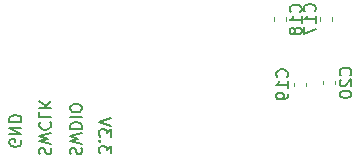
<source format=gbr>
%TF.GenerationSoftware,KiCad,Pcbnew,9.0.3-9.0.3-0~ubuntu24.04.1*%
%TF.CreationDate,2025-10-27T23:52:17-03:00*%
%TF.ProjectId,CargadorDeBaterias_rev2,43617267-6164-46f7-9244-654261746572,rev?*%
%TF.SameCoordinates,Original*%
%TF.FileFunction,Legend,Bot*%
%TF.FilePolarity,Positive*%
%FSLAX46Y46*%
G04 Gerber Fmt 4.6, Leading zero omitted, Abs format (unit mm)*
G04 Created by KiCad (PCBNEW 9.0.3-9.0.3-0~ubuntu24.04.1) date 2025-10-27 23:52:17*
%MOMM*%
%LPD*%
G01*
G04 APERTURE LIST*
%ADD10C,0.150000*%
%ADD11C,0.120000*%
G04 APERTURE END LIST*
D10*
X104702800Y-142585839D02*
X104655180Y-142442982D01*
X104655180Y-142442982D02*
X104655180Y-142204887D01*
X104655180Y-142204887D02*
X104702800Y-142109649D01*
X104702800Y-142109649D02*
X104750419Y-142062030D01*
X104750419Y-142062030D02*
X104845657Y-142014411D01*
X104845657Y-142014411D02*
X104940895Y-142014411D01*
X104940895Y-142014411D02*
X105036133Y-142062030D01*
X105036133Y-142062030D02*
X105083752Y-142109649D01*
X105083752Y-142109649D02*
X105131371Y-142204887D01*
X105131371Y-142204887D02*
X105178990Y-142395363D01*
X105178990Y-142395363D02*
X105226609Y-142490601D01*
X105226609Y-142490601D02*
X105274228Y-142538220D01*
X105274228Y-142538220D02*
X105369466Y-142585839D01*
X105369466Y-142585839D02*
X105464704Y-142585839D01*
X105464704Y-142585839D02*
X105559942Y-142538220D01*
X105559942Y-142538220D02*
X105607561Y-142490601D01*
X105607561Y-142490601D02*
X105655180Y-142395363D01*
X105655180Y-142395363D02*
X105655180Y-142157268D01*
X105655180Y-142157268D02*
X105607561Y-142014411D01*
X105655180Y-141681077D02*
X104655180Y-141442982D01*
X104655180Y-141442982D02*
X105369466Y-141252506D01*
X105369466Y-141252506D02*
X104655180Y-141062030D01*
X104655180Y-141062030D02*
X105655180Y-140823935D01*
X104750419Y-139871554D02*
X104702800Y-139919173D01*
X104702800Y-139919173D02*
X104655180Y-140062030D01*
X104655180Y-140062030D02*
X104655180Y-140157268D01*
X104655180Y-140157268D02*
X104702800Y-140300125D01*
X104702800Y-140300125D02*
X104798038Y-140395363D01*
X104798038Y-140395363D02*
X104893276Y-140442982D01*
X104893276Y-140442982D02*
X105083752Y-140490601D01*
X105083752Y-140490601D02*
X105226609Y-140490601D01*
X105226609Y-140490601D02*
X105417085Y-140442982D01*
X105417085Y-140442982D02*
X105512323Y-140395363D01*
X105512323Y-140395363D02*
X105607561Y-140300125D01*
X105607561Y-140300125D02*
X105655180Y-140157268D01*
X105655180Y-140157268D02*
X105655180Y-140062030D01*
X105655180Y-140062030D02*
X105607561Y-139919173D01*
X105607561Y-139919173D02*
X105559942Y-139871554D01*
X104655180Y-138966792D02*
X104655180Y-139442982D01*
X104655180Y-139442982D02*
X105655180Y-139442982D01*
X104655180Y-138633458D02*
X105655180Y-138633458D01*
X104655180Y-138062030D02*
X105226609Y-138490601D01*
X105655180Y-138062030D02*
X105083752Y-138633458D01*
X107302800Y-142585839D02*
X107255180Y-142442982D01*
X107255180Y-142442982D02*
X107255180Y-142204887D01*
X107255180Y-142204887D02*
X107302800Y-142109649D01*
X107302800Y-142109649D02*
X107350419Y-142062030D01*
X107350419Y-142062030D02*
X107445657Y-142014411D01*
X107445657Y-142014411D02*
X107540895Y-142014411D01*
X107540895Y-142014411D02*
X107636133Y-142062030D01*
X107636133Y-142062030D02*
X107683752Y-142109649D01*
X107683752Y-142109649D02*
X107731371Y-142204887D01*
X107731371Y-142204887D02*
X107778990Y-142395363D01*
X107778990Y-142395363D02*
X107826609Y-142490601D01*
X107826609Y-142490601D02*
X107874228Y-142538220D01*
X107874228Y-142538220D02*
X107969466Y-142585839D01*
X107969466Y-142585839D02*
X108064704Y-142585839D01*
X108064704Y-142585839D02*
X108159942Y-142538220D01*
X108159942Y-142538220D02*
X108207561Y-142490601D01*
X108207561Y-142490601D02*
X108255180Y-142395363D01*
X108255180Y-142395363D02*
X108255180Y-142157268D01*
X108255180Y-142157268D02*
X108207561Y-142014411D01*
X108255180Y-141681077D02*
X107255180Y-141442982D01*
X107255180Y-141442982D02*
X107969466Y-141252506D01*
X107969466Y-141252506D02*
X107255180Y-141062030D01*
X107255180Y-141062030D02*
X108255180Y-140823935D01*
X107255180Y-140442982D02*
X108255180Y-140442982D01*
X108255180Y-140442982D02*
X108255180Y-140204887D01*
X108255180Y-140204887D02*
X108207561Y-140062030D01*
X108207561Y-140062030D02*
X108112323Y-139966792D01*
X108112323Y-139966792D02*
X108017085Y-139919173D01*
X108017085Y-139919173D02*
X107826609Y-139871554D01*
X107826609Y-139871554D02*
X107683752Y-139871554D01*
X107683752Y-139871554D02*
X107493276Y-139919173D01*
X107493276Y-139919173D02*
X107398038Y-139966792D01*
X107398038Y-139966792D02*
X107302800Y-140062030D01*
X107302800Y-140062030D02*
X107255180Y-140204887D01*
X107255180Y-140204887D02*
X107255180Y-140442982D01*
X107255180Y-139442982D02*
X108255180Y-139442982D01*
X108255180Y-138776316D02*
X108255180Y-138585840D01*
X108255180Y-138585840D02*
X108207561Y-138490602D01*
X108207561Y-138490602D02*
X108112323Y-138395364D01*
X108112323Y-138395364D02*
X107921847Y-138347745D01*
X107921847Y-138347745D02*
X107588514Y-138347745D01*
X107588514Y-138347745D02*
X107398038Y-138395364D01*
X107398038Y-138395364D02*
X107302800Y-138490602D01*
X107302800Y-138490602D02*
X107255180Y-138585840D01*
X107255180Y-138585840D02*
X107255180Y-138776316D01*
X107255180Y-138776316D02*
X107302800Y-138871554D01*
X107302800Y-138871554D02*
X107398038Y-138966792D01*
X107398038Y-138966792D02*
X107588514Y-139014411D01*
X107588514Y-139014411D02*
X107921847Y-139014411D01*
X107921847Y-139014411D02*
X108112323Y-138966792D01*
X108112323Y-138966792D02*
X108207561Y-138871554D01*
X108207561Y-138871554D02*
X108255180Y-138776316D01*
X110730180Y-142508458D02*
X110730180Y-141889411D01*
X110730180Y-141889411D02*
X110349228Y-142222744D01*
X110349228Y-142222744D02*
X110349228Y-142079887D01*
X110349228Y-142079887D02*
X110301609Y-141984649D01*
X110301609Y-141984649D02*
X110253990Y-141937030D01*
X110253990Y-141937030D02*
X110158752Y-141889411D01*
X110158752Y-141889411D02*
X109920657Y-141889411D01*
X109920657Y-141889411D02*
X109825419Y-141937030D01*
X109825419Y-141937030D02*
X109777800Y-141984649D01*
X109777800Y-141984649D02*
X109730180Y-142079887D01*
X109730180Y-142079887D02*
X109730180Y-142365601D01*
X109730180Y-142365601D02*
X109777800Y-142460839D01*
X109777800Y-142460839D02*
X109825419Y-142508458D01*
X109825419Y-141460839D02*
X109777800Y-141413220D01*
X109777800Y-141413220D02*
X109730180Y-141460839D01*
X109730180Y-141460839D02*
X109777800Y-141508458D01*
X109777800Y-141508458D02*
X109825419Y-141460839D01*
X109825419Y-141460839D02*
X109730180Y-141460839D01*
X110730180Y-141079887D02*
X110730180Y-140460840D01*
X110730180Y-140460840D02*
X110349228Y-140794173D01*
X110349228Y-140794173D02*
X110349228Y-140651316D01*
X110349228Y-140651316D02*
X110301609Y-140556078D01*
X110301609Y-140556078D02*
X110253990Y-140508459D01*
X110253990Y-140508459D02*
X110158752Y-140460840D01*
X110158752Y-140460840D02*
X109920657Y-140460840D01*
X109920657Y-140460840D02*
X109825419Y-140508459D01*
X109825419Y-140508459D02*
X109777800Y-140556078D01*
X109777800Y-140556078D02*
X109730180Y-140651316D01*
X109730180Y-140651316D02*
X109730180Y-140937030D01*
X109730180Y-140937030D02*
X109777800Y-141032268D01*
X109777800Y-141032268D02*
X109825419Y-141079887D01*
X110730180Y-140175125D02*
X109730180Y-139841792D01*
X109730180Y-139841792D02*
X110730180Y-139508459D01*
X103082561Y-141364411D02*
X103130180Y-141459649D01*
X103130180Y-141459649D02*
X103130180Y-141602506D01*
X103130180Y-141602506D02*
X103082561Y-141745363D01*
X103082561Y-141745363D02*
X102987323Y-141840601D01*
X102987323Y-141840601D02*
X102892085Y-141888220D01*
X102892085Y-141888220D02*
X102701609Y-141935839D01*
X102701609Y-141935839D02*
X102558752Y-141935839D01*
X102558752Y-141935839D02*
X102368276Y-141888220D01*
X102368276Y-141888220D02*
X102273038Y-141840601D01*
X102273038Y-141840601D02*
X102177800Y-141745363D01*
X102177800Y-141745363D02*
X102130180Y-141602506D01*
X102130180Y-141602506D02*
X102130180Y-141507268D01*
X102130180Y-141507268D02*
X102177800Y-141364411D01*
X102177800Y-141364411D02*
X102225419Y-141316792D01*
X102225419Y-141316792D02*
X102558752Y-141316792D01*
X102558752Y-141316792D02*
X102558752Y-141507268D01*
X102130180Y-140888220D02*
X103130180Y-140888220D01*
X103130180Y-140888220D02*
X102130180Y-140316792D01*
X102130180Y-140316792D02*
X103130180Y-140316792D01*
X102130180Y-139840601D02*
X103130180Y-139840601D01*
X103130180Y-139840601D02*
X103130180Y-139602506D01*
X103130180Y-139602506D02*
X103082561Y-139459649D01*
X103082561Y-139459649D02*
X102987323Y-139364411D01*
X102987323Y-139364411D02*
X102892085Y-139316792D01*
X102892085Y-139316792D02*
X102701609Y-139269173D01*
X102701609Y-139269173D02*
X102558752Y-139269173D01*
X102558752Y-139269173D02*
X102368276Y-139316792D01*
X102368276Y-139316792D02*
X102273038Y-139364411D01*
X102273038Y-139364411D02*
X102177800Y-139459649D01*
X102177800Y-139459649D02*
X102130180Y-139602506D01*
X102130180Y-139602506D02*
X102130180Y-139840601D01*
X126759580Y-130530951D02*
X126807200Y-130483332D01*
X126807200Y-130483332D02*
X126854819Y-130340475D01*
X126854819Y-130340475D02*
X126854819Y-130245237D01*
X126854819Y-130245237D02*
X126807200Y-130102380D01*
X126807200Y-130102380D02*
X126711961Y-130007142D01*
X126711961Y-130007142D02*
X126616723Y-129959523D01*
X126616723Y-129959523D02*
X126426247Y-129911904D01*
X126426247Y-129911904D02*
X126283390Y-129911904D01*
X126283390Y-129911904D02*
X126092914Y-129959523D01*
X126092914Y-129959523D02*
X125997676Y-130007142D01*
X125997676Y-130007142D02*
X125902438Y-130102380D01*
X125902438Y-130102380D02*
X125854819Y-130245237D01*
X125854819Y-130245237D02*
X125854819Y-130340475D01*
X125854819Y-130340475D02*
X125902438Y-130483332D01*
X125902438Y-130483332D02*
X125950057Y-130530951D01*
X126854819Y-131483332D02*
X126854819Y-130911904D01*
X126854819Y-131197618D02*
X125854819Y-131197618D01*
X125854819Y-131197618D02*
X125997676Y-131102380D01*
X125997676Y-131102380D02*
X126092914Y-131007142D01*
X126092914Y-131007142D02*
X126140533Y-130911904D01*
X126283390Y-132054761D02*
X126235771Y-131959523D01*
X126235771Y-131959523D02*
X126188152Y-131911904D01*
X126188152Y-131911904D02*
X126092914Y-131864285D01*
X126092914Y-131864285D02*
X126045295Y-131864285D01*
X126045295Y-131864285D02*
X125950057Y-131911904D01*
X125950057Y-131911904D02*
X125902438Y-131959523D01*
X125902438Y-131959523D02*
X125854819Y-132054761D01*
X125854819Y-132054761D02*
X125854819Y-132245237D01*
X125854819Y-132245237D02*
X125902438Y-132340475D01*
X125902438Y-132340475D02*
X125950057Y-132388094D01*
X125950057Y-132388094D02*
X126045295Y-132435713D01*
X126045295Y-132435713D02*
X126092914Y-132435713D01*
X126092914Y-132435713D02*
X126188152Y-132388094D01*
X126188152Y-132388094D02*
X126235771Y-132340475D01*
X126235771Y-132340475D02*
X126283390Y-132245237D01*
X126283390Y-132245237D02*
X126283390Y-132054761D01*
X126283390Y-132054761D02*
X126331009Y-131959523D01*
X126331009Y-131959523D02*
X126378628Y-131911904D01*
X126378628Y-131911904D02*
X126473866Y-131864285D01*
X126473866Y-131864285D02*
X126664342Y-131864285D01*
X126664342Y-131864285D02*
X126759580Y-131911904D01*
X126759580Y-131911904D02*
X126807200Y-131959523D01*
X126807200Y-131959523D02*
X126854819Y-132054761D01*
X126854819Y-132054761D02*
X126854819Y-132245237D01*
X126854819Y-132245237D02*
X126807200Y-132340475D01*
X126807200Y-132340475D02*
X126759580Y-132388094D01*
X126759580Y-132388094D02*
X126664342Y-132435713D01*
X126664342Y-132435713D02*
X126473866Y-132435713D01*
X126473866Y-132435713D02*
X126378628Y-132388094D01*
X126378628Y-132388094D02*
X126331009Y-132340475D01*
X126331009Y-132340475D02*
X126283390Y-132245237D01*
X125629580Y-136019642D02*
X125677200Y-135972023D01*
X125677200Y-135972023D02*
X125724819Y-135829166D01*
X125724819Y-135829166D02*
X125724819Y-135733928D01*
X125724819Y-135733928D02*
X125677200Y-135591071D01*
X125677200Y-135591071D02*
X125581961Y-135495833D01*
X125581961Y-135495833D02*
X125486723Y-135448214D01*
X125486723Y-135448214D02*
X125296247Y-135400595D01*
X125296247Y-135400595D02*
X125153390Y-135400595D01*
X125153390Y-135400595D02*
X124962914Y-135448214D01*
X124962914Y-135448214D02*
X124867676Y-135495833D01*
X124867676Y-135495833D02*
X124772438Y-135591071D01*
X124772438Y-135591071D02*
X124724819Y-135733928D01*
X124724819Y-135733928D02*
X124724819Y-135829166D01*
X124724819Y-135829166D02*
X124772438Y-135972023D01*
X124772438Y-135972023D02*
X124820057Y-136019642D01*
X125724819Y-136972023D02*
X125724819Y-136400595D01*
X125724819Y-136686309D02*
X124724819Y-136686309D01*
X124724819Y-136686309D02*
X124867676Y-136591071D01*
X124867676Y-136591071D02*
X124962914Y-136495833D01*
X124962914Y-136495833D02*
X125010533Y-136400595D01*
X125724819Y-137448214D02*
X125724819Y-137638690D01*
X125724819Y-137638690D02*
X125677200Y-137733928D01*
X125677200Y-137733928D02*
X125629580Y-137781547D01*
X125629580Y-137781547D02*
X125486723Y-137876785D01*
X125486723Y-137876785D02*
X125296247Y-137924404D01*
X125296247Y-137924404D02*
X124915295Y-137924404D01*
X124915295Y-137924404D02*
X124820057Y-137876785D01*
X124820057Y-137876785D02*
X124772438Y-137829166D01*
X124772438Y-137829166D02*
X124724819Y-137733928D01*
X124724819Y-137733928D02*
X124724819Y-137543452D01*
X124724819Y-137543452D02*
X124772438Y-137448214D01*
X124772438Y-137448214D02*
X124820057Y-137400595D01*
X124820057Y-137400595D02*
X124915295Y-137352976D01*
X124915295Y-137352976D02*
X125153390Y-137352976D01*
X125153390Y-137352976D02*
X125248628Y-137400595D01*
X125248628Y-137400595D02*
X125296247Y-137448214D01*
X125296247Y-137448214D02*
X125343866Y-137543452D01*
X125343866Y-137543452D02*
X125343866Y-137733928D01*
X125343866Y-137733928D02*
X125296247Y-137829166D01*
X125296247Y-137829166D02*
X125248628Y-137876785D01*
X125248628Y-137876785D02*
X125153390Y-137924404D01*
X127959580Y-130482142D02*
X128007200Y-130434523D01*
X128007200Y-130434523D02*
X128054819Y-130291666D01*
X128054819Y-130291666D02*
X128054819Y-130196428D01*
X128054819Y-130196428D02*
X128007200Y-130053571D01*
X128007200Y-130053571D02*
X127911961Y-129958333D01*
X127911961Y-129958333D02*
X127816723Y-129910714D01*
X127816723Y-129910714D02*
X127626247Y-129863095D01*
X127626247Y-129863095D02*
X127483390Y-129863095D01*
X127483390Y-129863095D02*
X127292914Y-129910714D01*
X127292914Y-129910714D02*
X127197676Y-129958333D01*
X127197676Y-129958333D02*
X127102438Y-130053571D01*
X127102438Y-130053571D02*
X127054819Y-130196428D01*
X127054819Y-130196428D02*
X127054819Y-130291666D01*
X127054819Y-130291666D02*
X127102438Y-130434523D01*
X127102438Y-130434523D02*
X127150057Y-130482142D01*
X128054819Y-131434523D02*
X128054819Y-130863095D01*
X128054819Y-131148809D02*
X127054819Y-131148809D01*
X127054819Y-131148809D02*
X127197676Y-131053571D01*
X127197676Y-131053571D02*
X127292914Y-130958333D01*
X127292914Y-130958333D02*
X127340533Y-130863095D01*
X127054819Y-131767857D02*
X127054819Y-132434523D01*
X127054819Y-132434523D02*
X128054819Y-132005952D01*
X130989580Y-135882142D02*
X131037200Y-135834523D01*
X131037200Y-135834523D02*
X131084819Y-135691666D01*
X131084819Y-135691666D02*
X131084819Y-135596428D01*
X131084819Y-135596428D02*
X131037200Y-135453571D01*
X131037200Y-135453571D02*
X130941961Y-135358333D01*
X130941961Y-135358333D02*
X130846723Y-135310714D01*
X130846723Y-135310714D02*
X130656247Y-135263095D01*
X130656247Y-135263095D02*
X130513390Y-135263095D01*
X130513390Y-135263095D02*
X130322914Y-135310714D01*
X130322914Y-135310714D02*
X130227676Y-135358333D01*
X130227676Y-135358333D02*
X130132438Y-135453571D01*
X130132438Y-135453571D02*
X130084819Y-135596428D01*
X130084819Y-135596428D02*
X130084819Y-135691666D01*
X130084819Y-135691666D02*
X130132438Y-135834523D01*
X130132438Y-135834523D02*
X130180057Y-135882142D01*
X130180057Y-136263095D02*
X130132438Y-136310714D01*
X130132438Y-136310714D02*
X130084819Y-136405952D01*
X130084819Y-136405952D02*
X130084819Y-136644047D01*
X130084819Y-136644047D02*
X130132438Y-136739285D01*
X130132438Y-136739285D02*
X130180057Y-136786904D01*
X130180057Y-136786904D02*
X130275295Y-136834523D01*
X130275295Y-136834523D02*
X130370533Y-136834523D01*
X130370533Y-136834523D02*
X130513390Y-136786904D01*
X130513390Y-136786904D02*
X131084819Y-136215476D01*
X131084819Y-136215476D02*
X131084819Y-136834523D01*
X130084819Y-137453571D02*
X130084819Y-137548809D01*
X130084819Y-137548809D02*
X130132438Y-137644047D01*
X130132438Y-137644047D02*
X130180057Y-137691666D01*
X130180057Y-137691666D02*
X130275295Y-137739285D01*
X130275295Y-137739285D02*
X130465771Y-137786904D01*
X130465771Y-137786904D02*
X130703866Y-137786904D01*
X130703866Y-137786904D02*
X130894342Y-137739285D01*
X130894342Y-137739285D02*
X130989580Y-137691666D01*
X130989580Y-137691666D02*
X131037200Y-137644047D01*
X131037200Y-137644047D02*
X131084819Y-137548809D01*
X131084819Y-137548809D02*
X131084819Y-137453571D01*
X131084819Y-137453571D02*
X131037200Y-137358333D01*
X131037200Y-137358333D02*
X130989580Y-137310714D01*
X130989580Y-137310714D02*
X130894342Y-137263095D01*
X130894342Y-137263095D02*
X130703866Y-137215476D01*
X130703866Y-137215476D02*
X130465771Y-137215476D01*
X130465771Y-137215476D02*
X130275295Y-137263095D01*
X130275295Y-137263095D02*
X130180057Y-137310714D01*
X130180057Y-137310714D02*
X130132438Y-137358333D01*
X130132438Y-137358333D02*
X130084819Y-137453571D01*
D11*
%TO.C,C18*%
X124490000Y-131283767D02*
X124490000Y-130991233D01*
X125510000Y-131283767D02*
X125510000Y-130991233D01*
%TO.C,C19*%
X126190000Y-136516233D02*
X126190000Y-136808767D01*
X127210000Y-136516233D02*
X127210000Y-136808767D01*
%TO.C,C17*%
X128390000Y-130991233D02*
X128390000Y-131283767D01*
X129410000Y-130991233D02*
X129410000Y-131283767D01*
%TO.C,C20*%
X128690000Y-136671267D02*
X128690000Y-136378733D01*
X129710000Y-136671267D02*
X129710000Y-136378733D01*
%TD*%
M02*

</source>
